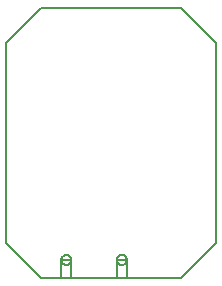
<source format=gko>
G04 DipTrace 2.4.0.2*
%INUSBBiPowerOTG.gko*%
%MOMM*%
%ADD11C,0.14*%
%FSLAX53Y53*%
G04*
G71*
G90*
G75*
G01*
%LNBoardOutline*%
%LPD*%
X10000Y29901D2*
D11*
Y12959D1*
X12959Y10000D1*
X24821D1*
X27780Y12959D1*
Y29901D1*
X24821Y32860D1*
X12959D1*
X10000Y29901D1*
X14671Y11527D2*
X15522D1*
Y9952D1*
X14671D1*
Y11527D1*
X19367D2*
X20217D1*
Y9952D1*
X19367D1*
Y11527D1*
X14671D2*
X14672Y11556D1*
X14675Y11586D1*
X14680Y11615D1*
X14687Y11644D1*
X14697Y11672D1*
X14708Y11700D1*
X14721Y11726D1*
X14736Y11752D1*
X14752Y11777D1*
X14770Y11800D1*
X14790Y11822D1*
X14812Y11843D1*
X14834Y11862D1*
X14858Y11879D1*
X14884Y11895D1*
X14910Y11909D1*
X14937Y11921D1*
X14965Y11931D1*
X14993Y11939D1*
X15022Y11945D1*
X15052Y11950D1*
X15081Y11952D1*
X15111D1*
X15141Y11950D1*
X15170Y11945D1*
X15199Y11939D1*
X15228Y11931D1*
X15256Y11921D1*
X15283Y11909D1*
X15309Y11895D1*
X15334Y11879D1*
X15358Y11862D1*
X15381Y11843D1*
X15402Y11822D1*
X15422Y11800D1*
X15440Y11777D1*
X15457Y11752D1*
X15472Y11726D1*
X15485Y11700D1*
X15496Y11672D1*
X15505Y11644D1*
X15512Y11615D1*
X15517Y11586D1*
X15521Y11556D1*
X15522Y11527D1*
X15521Y11497D1*
X15517Y11468D1*
X15512Y11438D1*
X15505Y11410D1*
X15496Y11381D1*
X15485Y11354D1*
X15472Y11327D1*
X15457Y11302D1*
X15440Y11277D1*
X15422Y11254D1*
X15402Y11232D1*
X15381Y11211D1*
X15358Y11192D1*
X15334Y11174D1*
X15309Y11159D1*
X15283Y11145D1*
X15256Y11133D1*
X15228Y11123D1*
X15199Y11114D1*
X15170Y11108D1*
X15141Y11104D1*
X15111Y11102D1*
X15081D1*
X15052Y11104D1*
X15022Y11108D1*
X14993Y11114D1*
X14965Y11123D1*
X14937Y11133D1*
X14910Y11145D1*
X14884Y11159D1*
X14858Y11174D1*
X14834Y11192D1*
X14812Y11211D1*
X14790Y11232D1*
X14770Y11254D1*
X14752Y11277D1*
X14736Y11302D1*
X14721Y11327D1*
X14708Y11354D1*
X14697Y11381D1*
X14687Y11410D1*
X14680Y11438D1*
X14675Y11468D1*
X14672Y11497D1*
X14671Y11527D1*
X19367D2*
X19368Y11556D1*
X19371Y11586D1*
X19376Y11615D1*
X19383Y11644D1*
X19392Y11672D1*
X19403Y11700D1*
X19416Y11726D1*
X19431Y11752D1*
X19448Y11777D1*
X19466Y11800D1*
X19486Y11822D1*
X19507Y11843D1*
X19530Y11862D1*
X19554Y11879D1*
X19579Y11895D1*
X19606Y11909D1*
X19633Y11921D1*
X19661Y11931D1*
X19689Y11939D1*
X19718Y11945D1*
X19748Y11950D1*
X19777Y11952D1*
X19807D1*
X19837Y11950D1*
X19866Y11945D1*
X19895Y11939D1*
X19923Y11931D1*
X19951Y11921D1*
X19979Y11909D1*
X20005Y11895D1*
X20030Y11879D1*
X20054Y11862D1*
X20077Y11843D1*
X20098Y11822D1*
X20118Y11800D1*
X20136Y11777D1*
X20153Y11752D1*
X20168Y11726D1*
X20181Y11700D1*
X20192Y11672D1*
X20201Y11644D1*
X20208Y11615D1*
X20213Y11586D1*
X20216Y11556D1*
X20217Y11527D1*
X20216Y11497D1*
X20213Y11468D1*
X20208Y11438D1*
X20201Y11410D1*
X20192Y11381D1*
X20181Y11354D1*
X20168Y11327D1*
X20153Y11302D1*
X20136Y11277D1*
X20118Y11254D1*
X20098Y11232D1*
X20077Y11211D1*
X20054Y11192D1*
X20030Y11174D1*
X20005Y11159D1*
X19979Y11145D1*
X19951Y11133D1*
X19923Y11123D1*
X19895Y11114D1*
X19866Y11108D1*
X19837Y11104D1*
X19807Y11102D1*
X19777D1*
X19748Y11104D1*
X19718Y11108D1*
X19689Y11114D1*
X19661Y11123D1*
X19633Y11133D1*
X19606Y11145D1*
X19579Y11159D1*
X19554Y11174D1*
X19530Y11192D1*
X19507Y11211D1*
X19486Y11232D1*
X19466Y11254D1*
X19448Y11277D1*
X19431Y11302D1*
X19416Y11327D1*
X19403Y11354D1*
X19392Y11381D1*
X19383Y11410D1*
X19376Y11438D1*
X19371Y11468D1*
X19368Y11497D1*
X19367Y11527D1*
M02*

</source>
